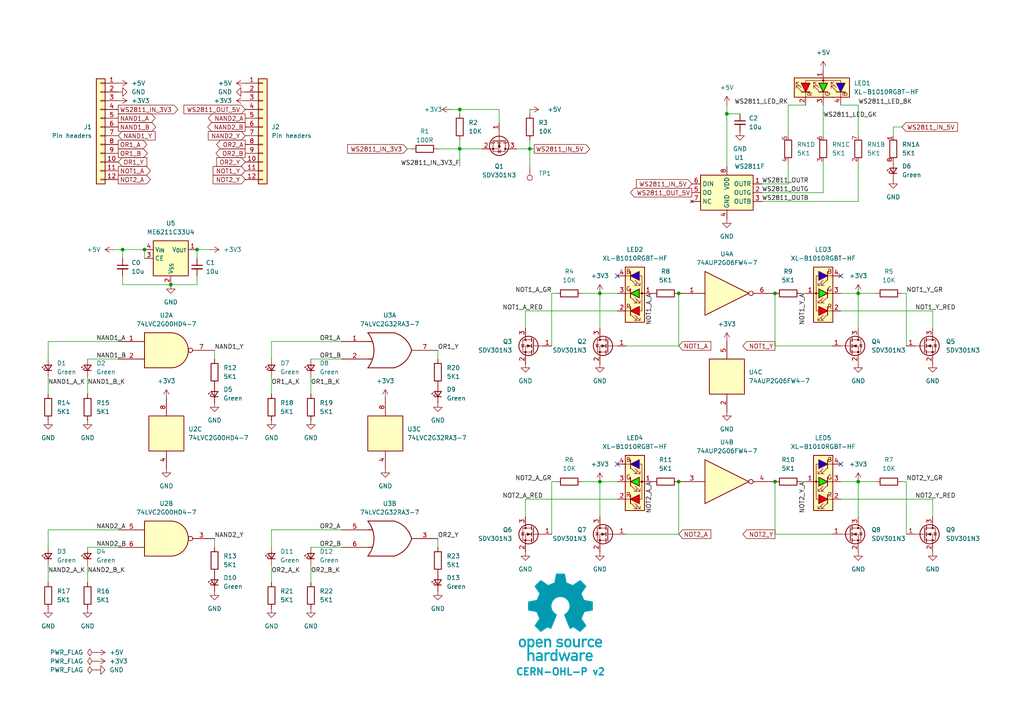
<source format=kicad_sch>
(kicad_sch (version 20231120) (generator "eeschema") (generator_version "8.0")
  (paper "A4")
  (junction (at 133.35 31.75))
  (junction (at 196.85 139.7))
  (junction (at 248.92 139.7))
  (junction (at 35.56 72.39))
  (junction (at 210.82 33.02))
  (junction (at 57.15 72.39))
  (junction (at 133.35 43.18))
  (junction (at 196.85 85.09))
  (junction (at 49.53 82.55))
  (junction (at 224.79 139.7))
  (junction (at 173.99 85.09))
  (junction (at 153.67 43.18))
  (junction (at 248.92 85.09))
  (junction (at 41.91 72.39))
  (junction (at 224.79 85.09))
  (junction (at 173.99 139.7))
  (no_connect (at 243.84 134.62))
  (no_connect (at 179.07 134.62))
  (no_connect (at 179.07 80.01))
  (no_connect (at 243.84 80.01))
  (wire (pts (xy 173.99 95.25) (xy 173.99 85.09)))
  (wire (pts (xy 262.89 139.7) (xy 262.89 154.94)))
  (wire (pts (xy 78.74 99.06) (xy 78.74 104.14)))
  (wire (pts (xy 179.07 144.78) (xy 152.4 144.78)))
  (wire (pts (xy 152.4 144.78) (xy 152.4 149.86)))
  (wire (pts (xy 243.84 30.48) (xy 248.92 30.48)))
  (wire (pts (xy 228.6 30.48) (xy 228.6 39.37)))
  (wire (pts (xy 210.82 30.48) (xy 210.82 33.02)))
  (wire (pts (xy 13.97 99.06) (xy 13.97 104.14)))
  (wire (pts (xy 160.02 139.7) (xy 160.02 154.94)))
  (wire (pts (xy 149.86 43.18) (xy 153.67 43.18)))
  (wire (pts (xy 57.15 82.55) (xy 49.53 82.55)))
  (wire (pts (xy 90.17 114.3) (xy 90.17 109.22)))
  (wire (pts (xy 248.92 58.42) (xy 248.92 46.99)))
  (wire (pts (xy 78.74 168.91) (xy 78.74 163.83)))
  (wire (pts (xy 168.91 85.09) (xy 173.99 85.09)))
  (wire (pts (xy 160.02 85.09) (xy 160.02 100.33)))
  (wire (pts (xy 248.92 95.25) (xy 248.92 85.09)))
  (wire (pts (xy 259.08 36.83) (xy 259.08 39.37)))
  (wire (pts (xy 62.23 104.14) (xy 62.23 101.6)))
  (wire (pts (xy 196.85 154.94) (xy 196.85 139.7)))
  (wire (pts (xy 254 85.09) (xy 248.92 85.09)))
  (wire (pts (xy 133.35 40.64) (xy 133.35 43.18)))
  (wire (pts (xy 254 139.7) (xy 248.92 139.7)))
  (wire (pts (xy 160.02 85.09) (xy 161.29 85.09)))
  (wire (pts (xy 13.97 163.83) (xy 13.97 168.91)))
  (wire (pts (xy 62.23 158.75) (xy 62.23 156.21)))
  (wire (pts (xy 248.92 149.86) (xy 248.92 139.7)))
  (wire (pts (xy 173.99 149.86) (xy 173.99 139.7)))
  (wire (pts (xy 196.85 100.33) (xy 196.85 85.09)))
  (wire (pts (xy 90.17 168.91) (xy 90.17 163.83)))
  (wire (pts (xy 25.4 168.91) (xy 25.4 163.83)))
  (wire (pts (xy 270.51 90.17) (xy 270.51 95.25)))
  (wire (pts (xy 181.61 100.33) (xy 196.85 100.33)))
  (wire (pts (xy 35.56 82.55) (xy 49.53 82.55)))
  (wire (pts (xy 35.56 72.39) (xy 41.91 72.39)))
  (wire (pts (xy 127 104.14) (xy 127 101.6)))
  (wire (pts (xy 13.97 153.67) (xy 34.29 153.67)))
  (wire (pts (xy 173.99 85.09) (xy 179.07 85.09)))
  (wire (pts (xy 243.84 90.17) (xy 270.51 90.17)))
  (wire (pts (xy 118.11 43.18) (xy 119.38 43.18)))
  (wire (pts (xy 248.92 85.09) (xy 243.84 85.09)))
  (wire (pts (xy 228.6 30.48) (xy 233.68 30.48)))
  (wire (pts (xy 224.79 100.33) (xy 224.79 85.09)))
  (wire (pts (xy 57.15 72.39) (xy 57.15 74.93)))
  (wire (pts (xy 25.4 114.3) (xy 25.4 109.22)))
  (wire (pts (xy 153.67 43.18) (xy 153.67 48.26)))
  (wire (pts (xy 78.74 153.67) (xy 78.74 158.75)))
  (wire (pts (xy 261.62 36.83) (xy 259.08 36.83)))
  (wire (pts (xy 13.97 153.67) (xy 13.97 158.75)))
  (wire (pts (xy 232.41 85.09) (xy 233.68 85.09)))
  (wire (pts (xy 179.07 90.17) (xy 152.4 90.17)))
  (wire (pts (xy 160.02 139.7) (xy 161.29 139.7)))
  (wire (pts (xy 25.4 104.14) (xy 34.29 104.14)))
  (wire (pts (xy 90.17 104.14) (xy 99.06 104.14)))
  (wire (pts (xy 262.89 85.09) (xy 262.89 100.33)))
  (wire (pts (xy 262.89 85.09) (xy 261.62 85.09)))
  (wire (pts (xy 60.96 72.39) (xy 57.15 72.39)))
  (wire (pts (xy 220.98 53.34) (xy 228.6 53.34)))
  (wire (pts (xy 130.81 31.75) (xy 133.35 31.75)))
  (wire (pts (xy 153.67 43.18) (xy 153.67 40.64)))
  (wire (pts (xy 133.35 31.75) (xy 144.78 31.75)))
  (wire (pts (xy 35.56 74.93) (xy 35.56 72.39)))
  (wire (pts (xy 210.82 33.02) (xy 210.82 48.26)))
  (wire (pts (xy 243.84 144.78) (xy 270.51 144.78)))
  (wire (pts (xy 241.3 100.33) (xy 224.79 100.33)))
  (wire (pts (xy 168.91 139.7) (xy 173.99 139.7)))
  (wire (pts (xy 133.35 33.02) (xy 133.35 31.75)))
  (wire (pts (xy 181.61 154.94) (xy 196.85 154.94)))
  (wire (pts (xy 13.97 114.3) (xy 13.97 109.22)))
  (wire (pts (xy 238.76 30.48) (xy 238.76 39.37)))
  (wire (pts (xy 153.67 33.02) (xy 153.67 31.75)))
  (wire (pts (xy 210.82 33.02) (xy 214.63 33.02)))
  (wire (pts (xy 220.98 58.42) (xy 248.92 58.42)))
  (wire (pts (xy 35.56 80.01) (xy 35.56 82.55)))
  (wire (pts (xy 173.99 139.7) (xy 179.07 139.7)))
  (wire (pts (xy 133.35 48.26) (xy 133.35 43.18)))
  (wire (pts (xy 13.97 99.06) (xy 34.29 99.06)))
  (wire (pts (xy 78.74 99.06) (xy 99.06 99.06)))
  (wire (pts (xy 248.92 30.48) (xy 248.92 39.37)))
  (wire (pts (xy 220.98 55.88) (xy 238.76 55.88)))
  (wire (pts (xy 41.91 72.39) (xy 41.91 74.93)))
  (wire (pts (xy 78.74 153.67) (xy 99.06 153.67)))
  (wire (pts (xy 241.3 154.94) (xy 224.79 154.94)))
  (wire (pts (xy 262.89 139.7) (xy 261.62 139.7)))
  (wire (pts (xy 232.41 139.7) (xy 233.68 139.7)))
  (wire (pts (xy 153.67 43.18) (xy 154.94 43.18)))
  (wire (pts (xy 152.4 90.17) (xy 152.4 95.25)))
  (wire (pts (xy 127 158.75) (xy 127 156.21)))
  (wire (pts (xy 238.76 55.88) (xy 238.76 46.99)))
  (wire (pts (xy 25.4 158.75) (xy 34.29 158.75)))
  (wire (pts (xy 90.17 158.75) (xy 99.06 158.75)))
  (wire (pts (xy 57.15 80.01) (xy 57.15 82.55)))
  (wire (pts (xy 270.51 144.78) (xy 270.51 149.86)))
  (wire (pts (xy 228.6 53.34) (xy 228.6 46.99)))
  (wire (pts (xy 133.35 43.18) (xy 139.7 43.18)))
  (wire (pts (xy 144.78 35.56) (xy 144.78 31.75)))
  (wire (pts (xy 33.02 72.39) (xy 35.56 72.39)))
  (wire (pts (xy 224.79 154.94) (xy 224.79 139.7)))
  (wire (pts (xy 127 43.18) (xy 133.35 43.18)))
  (wire (pts (xy 78.74 114.3) (xy 78.74 109.22)))
  (wire (pts (xy 248.92 139.7) (xy 243.84 139.7)))
  (image (at 162.56 179.07) (scale 0.37481))
  (text "CERN-OHL-P v2" (at 162.56 195.072 0) (effects (font (size 2 2) (thickness 0.4) (bold yes))))
  (label "NOT1_Y_GR" (at 262.89 85.09 0))
  (label "NAND2_Y" (at 62.23 156.21 0))
  (label "OR2_Y" (at 127 156.21 0))
  (label "OR1_B_K" (at 90.17 111.76 0))
  (label "NAND1_A" (at 27.94 99.06 0))
  (label "NAND2_A" (at 27.94 153.67 0))
  (label "OR1_A_K" (at 78.74 111.76 0))
  (label "NAND2_B_K" (at 25.4 166.37 0))
  (label "NAND1_Y" (at 62.23 101.6 0))
  (label "OR1_Y" (at 127 101.6 0))
  (label "WS2811_IN_3V3_F" (at 133.35 48.26 180))
  (label "OR1_A" (at 92.71 99.06 0))
  (label "NAND1_A_K" (at 13.97 111.76 0))
  (label "NOT2_Y_RED" (at 265.43 144.78 0))
  (label "WS2811_OUTG" (at 220.98 55.88 0))
  (label "NOT1_Y_A" (at 233.68 85.09 270))
  (label "NOT2_A_RED" (at 157.48 144.78 180))
  (label "NAND1_B" (at 27.94 104.14 0))
  (label "WS2811_OUTR" (at 220.98 53.34 0))
  (label "NAND2_B" (at 27.94 158.75 0))
  (label "OR2_A" (at 92.71 153.67 0))
  (label "WS2811_LED_RK" (at 228.6 30.48 180))
  (label "OR2_B" (at 92.71 158.75 0))
  (label "NOT1_Y_RED" (at 265.43 90.17 0))
  (label "WS2811_OUTB" (at 220.98 58.42 0))
  (label "NOT1_A_RED" (at 157.48 90.17 180))
  (label "NOT1_A_GR" (at 160.02 85.09 180))
  (label "NOT2_Y_A" (at 233.68 139.7 270))
  (label "WS2811_LED_GK" (at 238.76 34.29 0))
  (label "NAND2_A_K" (at 13.97 166.37 0))
  (label "NOT2_Y_GR" (at 262.89 139.7 0))
  (label "NOT2_A_GR" (at 160.02 139.7 180))
  (label "OR2_B_K" (at 90.17 166.37 0))
  (label "NOT2_A_A" (at 189.23 139.7 270))
  (label "NOT1_A_A" (at 189.23 85.09 270))
  (label "OR2_A_K" (at 78.74 166.37 0))
  (label "NAND1_B_K" (at 25.4 111.76 0))
  (label "WS2811_LED_BK" (at 248.92 30.48 0))
  (label "OR1_B" (at 92.71 104.14 0))
  (global_label "NOT1_Y" (shape input) (at 71.12 49.53 180) (property "Intersheetrefs" "${INTERSHEET_REFS}" (effects (hide yes))))
  (global_label "NAND1_A" (shape output) (at 34.29 34.29 0) (property "Intersheetrefs" "${INTERSHEET_REFS}" (effects (hide yes))))
  (global_label "OR2_B" (shape output) (at 71.12 44.45 180) (property "Intersheetrefs" "${INTERSHEET_REFS}" (effects (hide yes))))
  (global_label "NOT1_A" (shape output) (at 34.29 49.53 0) (property "Intersheetrefs" "${INTERSHEET_REFS}" (effects (hide yes))))
  (global_label "NOT2_Y" (shape output) (at 224.79 154.94 180) (property "Intersheetrefs" "${INTERSHEET_REFS}" (effects (hide yes))))
  (global_label "NAND2_B" (shape output) (at 71.12 36.83 180) (property "Intersheetrefs" "${INTERSHEET_REFS}" (effects (hide yes))))
  (global_label "NOT2_Y" (shape input) (at 71.12 52.07 180) (property "Intersheetrefs" "${INTERSHEET_REFS}" (effects (hide yes))))
  (global_label "OR1_A" (shape output) (at 34.29 41.91 0) (property "Intersheetrefs" "${INTERSHEET_REFS}" (effects (hide yes))))
  (global_label "OR1_Y" (shape input) (at 34.29 46.99 0) (property "Intersheetrefs" "${INTERSHEET_REFS}" (effects (hide yes))))
  (global_label "OR1_B" (shape output) (at 34.29 44.45 0) (property "Intersheetrefs" "${INTERSHEET_REFS}" (effects (hide yes))))
  (global_label "NAND2_Y" (shape input) (at 71.12 39.37 180) (property "Intersheetrefs" "${INTERSHEET_REFS}" (effects (hide yes))))
  (global_label "WS2811_IN_5V" (shape input) (at 261.62 36.83 0) (property "Intersheetrefs" "${INTERSHEET_REFS}" (effects (hide yes))))
  (global_label "WS2811_IN_5V" (shape input) (at 200.66 53.34 180) (property "Intersheetrefs" "${INTERSHEET_REFS}" (effects (hide yes))))
  (global_label "NOT1_Y" (shape output) (at 224.79 100.33 180) (property "Intersheetrefs" "${INTERSHEET_REFS}" (effects (hide yes))))
  (global_label "NOT2_A" (shape output) (at 34.29 52.07 0) (property "Intersheetrefs" "${INTERSHEET_REFS}" (effects (hide yes))))
  (global_label "NOT2_A" (shape input) (at 196.85 154.94 0) (property "Intersheetrefs" "${INTERSHEET_REFS}" (effects (hide yes))))
  (global_label "WS2811_OUT_5V" (shape input) (at 71.12 31.75 180) (property "Intersheetrefs" "${INTERSHEET_REFS}" (effects (hide yes))))
  (global_label "WS2811_IN_3V3" (shape output) (at 34.29 31.75 0) (property "Intersheetrefs" "${INTERSHEET_REFS}" (effects (hide yes))))
  (global_label "WS2811_IN_5V" (shape output) (at 154.94 43.18 0) (property "Intersheetrefs" "${INTERSHEET_REFS}" (effects (hide yes))))
  (global_label "OR2_Y" (shape input) (at 71.12 46.99 180) (property "Intersheetrefs" "${INTERSHEET_REFS}" (effects (hide yes))))
  (global_label "WS2811_IN_3V3" (shape input) (at 118.11 43.18 180) (property "Intersheetrefs" "${INTERSHEET_REFS}" (effects (hide yes))))
  (global_label "NAND1_Y" (shape input) (at 34.29 39.37 0) (property "Intersheetrefs" "${INTERSHEET_REFS}" (effects (hide yes))))
  (global_label "NAND2_A" (shape output) (at 71.12 34.29 180) (property "Intersheetrefs" "${INTERSHEET_REFS}" (effects (hide yes))))
  (global_label "NOT1_A" (shape input) (at 196.85 100.33 0) (property "Intersheetrefs" "${INTERSHEET_REFS}" (effects (hide yes))))
  (global_label "OR2_A" (shape output) (at 71.12 41.91 180) (property "Intersheetrefs" "${INTERSHEET_REFS}" (effects (hide yes))))
  (global_label "NAND1_B" (shape output) (at 34.29 36.83 0) (property "Intersheetrefs" "${INTERSHEET_REFS}" (effects (hide yes))))
  (global_label "WS2811_OUT_5V" (shape output) (at 200.66 55.88 180) (property "Intersheetrefs" "${INTERSHEET_REFS}" (effects (hide yes))))
  (symbol (lib_id "power:VCC") (at 71.12 24.13 90) (unit 1)
    (property "Reference" "#PWR023" (effects (hide yes)))
    (property "Value" "+5V" (at 67.31 24.1299 90) (effects (justify left)))
    (property "Description" "Power symbol creates a global label with name \"VCC\"" (effects (hide yes)))
  )
  (symbol (lib_id "Device:LED_Small") (at 25.4 161.29 90) (unit 1)
    (property "Reference" "D4" (at 27.94 159.9564 90) (effects (justify right)))
    (property "Value" "Green" (at 27.94 162.4964 90) (effects (justify right)))
    (property "Footprint" "custom:LED_0402_1005Metric" (effects (hide yes)))
    (property "Description" "Light emitting diode, small symbol" (effects (hide yes)))
  )
  (symbol (lib_id "Device:LED_Small") (at 25.4 106.68 90) (unit 1)
    (property "Reference" "D2" (at 27.94 105.3464 90) (effects (justify right)))
    (property "Value" "Green" (at 27.94 107.8864 90) (effects (justify right)))
    (property "Footprint" "custom:LED_0402_1005Metric" (effects (hide yes)))
    (property "Description" "Light emitting diode, small symbol" (effects (hide yes)))
  )
  (symbol (lib_id "Device:R") (at 90.17 118.11 0) (unit 1)
    (property "Reference" "R19" (at 92.71 116.8399 0) (effects (justify left)))
    (property "Value" "5K1" (at 92.71 119.3799 0) (effects (justify left)))
    (property "Footprint" "Resistor_SMD:R_0402_1005Metric" (effects (hide yes)))
    (property "Description" "Resistor" (effects (hide yes)))
  )
  (symbol (lib_id "Device:R") (at 127 162.56 0) (unit 1)
    (property "Reference" "R23" (at 129.54 161.2899 0) (effects (justify left)))
    (property "Value" "5K1" (at 129.54 163.8299 0) (effects (justify left)))
    (property "Footprint" "Resistor_SMD:R_0402_1005Metric" (effects (hide yes)))
    (property "Description" "Resistor" (effects (hide yes)))
  )
  (symbol (lib_id "lcsc:XL-B1010RGBT-HF") (at 184.15 85.09 0) (mirror x) (unit 1)
    (property "Reference" "LED2" (at 184.15 72.39 0))
    (property "Value" "XL-B1010RGBT-HF" (at 184.15 74.93 0))
    (property "Footprint" "lcsc:LED-ARRAY-SMD_4P-L1.0-W1.0-TR-RD" (effects (hide yes)))
    (property "Datasheet" "https://www.lcsc.com/datasheet/lcsc_datasheet_2406131538_XINGLIGHT-XL-B1010RGBT-HF_C22464515.pdf" (effects (hide yes)))
    (property "Description" "RGB LED, anode/red/green/blue" (effects (hide yes)))
  )
  (symbol (lib_id "Device:LED_Small") (at 78.74 161.29 90) (unit 1)
    (property "Reference" "D11" (at 81.28 159.9564 90) (effects (justify right)))
    (property "Value" "Green" (at 81.28 162.4964 90) (effects (justify right)))
    (property "Footprint" "custom:LED_0402_1005Metric" (effects (hide yes)))
    (property "Description" "Light emitting diode, small symbol" (effects (hide yes)))
  )
  (symbol (lib_id "power:GND") (at 152.4 160.02 0) (mirror y) (unit 1)
    (property "Reference" "#PWR038" (effects (hide yes)))
    (property "Value" "GND" (at 152.4 165.1 0))
    (property "Description" "Power symbol creates a global label with name \"GND\" , ground" (effects (hide yes)))
  )
  (symbol (lib_id "Device:C_Small") (at 57.15 77.47 0) (unit 1)
    (property "Reference" "C1" (at 59.69 76.2062 0) (effects (justify left)))
    (property "Value" "10u" (at 59.69 78.7462 0) (effects (justify left)))
    (property "Footprint" "custom:C_0402_1005Metric_simple" (effects (hide yes)))
    (property "Description" "Unpolarized capacitor, small symbol" (effects (hide yes)))
  )
  (symbol (lib_id "Device:R_Pack04_Split") (at 259.08 43.18 180) (unit 1)
    (property "Reference" "RN1" (at 261.62 41.9099 0) (effects (justify right)))
    (property "Value" "5K1" (at 261.62 44.4499 0) (effects (justify right)))
    (property "Footprint" "Resistor_SMD:R_Array_Convex_4x0402" (effects (hide yes)))
    (property "Description" "4 resistor network, parallel topology, split" (effects (hide yes)))
  )
  (symbol (lib_id "lcsc:WS2811F") (at 210.82 55.88 0) (unit 1)
    (property "Reference" "U1" (at 213.0141 45.72 0) (effects (justify left)))
    (property "Value" "WS2811F" (at 213.0141 48.26 0) (effects (justify left)))
    (property "Footprint" "lcsc:FSOP-8_L3.3-W1.7-P0.80-LS2.9-BL" (effects (hide yes)))
    (property "Datasheet" "https://www.lcsc.com/datasheet/lcsc_datasheet_2310231548_Worldsemi-WS2811F_C5446692.pdf" (effects (hide yes)))
    (property "Description" "3-Channel 8-Bit PWM LED Driver, FSOP-8" (effects (hide yes)))
    (property "LCSC Part" "C5446692" (effects (hide yes)))
  )
  (symbol (lib_id "Device:R") (at 13.97 172.72 0) (unit 1)
    (property "Reference" "R17" (at 16.51 171.4499 0) (effects (justify left)))
    (property "Value" "5K1" (at 16.51 173.9899 0) (effects (justify left)))
    (property "Footprint" "Resistor_SMD:R_0402_1005Metric" (effects (hide yes)))
    (property "Description" "Resistor" (effects (hide yes)))
  )
  (symbol (lib_id "Connector:TestPoint") (at 153.67 48.26 180) (unit 1)
    (property "Reference" "TP1" (at 156.21 50.2919 0) (effects (justify right)))
    (property "Value" "TestPoint" (effects (hide yes)))
    (property "Footprint" "TestPoint:TestPoint_Pad_D1.0mm" (effects (hide yes)))
    (property "Description" "test point" (effects (hide yes)))
  )
  (symbol (lib_id "power:GND") (at 173.99 160.02 0) (mirror y) (unit 1)
    (property "Reference" "#PWR040" (effects (hide yes)))
    (property "Value" "GND" (at 173.99 165.1 0))
    (property "Description" "Power symbol creates a global label with name \"GND\" , ground" (effects (hide yes)))
  )
  (symbol (lib_id "Device:R") (at 25.4 172.72 0) (unit 1)
    (property "Reference" "R16" (at 27.94 171.4499 0) (effects (justify left)))
    (property "Value" "5K1" (at 27.94 173.9899 0) (effects (justify left)))
    (property "Footprint" "Resistor_SMD:R_0402_1005Metric" (effects (hide yes)))
    (property "Description" "Resistor" (effects (hide yes)))
  )
  (symbol (lib_id "lcsc:74LVC2G00HD4-7") (at 49.53 101.6 0) (unit 1)
    (property "Reference" "U2" (at 48.2489 91.44 0))
    (property "Value" "74LVC2G00HD4-7" (at 48.2489 93.98 0))
    (property "Footprint" "lcsc:X2-DFN2010-8_L2.0-W1.0-P0.50-BL" (effects (hide yes)))
    (property "Datasheet" "https://www.diodes.com/datasheet/download/74LVC2G00.pdf" (effects (hide yes)))
    (property "Description" "Dual NAND Gate, Low-Voltage CMOS" (effects (hide yes)))
    (property "LCSC Part" "C842639" (effects (hide yes)))
  )
  (symbol (lib_id "Connector_Generic:Conn_01x12") (at 76.2 36.83 0) (unit 1)
    (property "Reference" "J2" (at 78.74 36.8299 0) (effects (justify left)))
    (property "Value" "Pin headers" (at 78.74 39.3699 0) (effects (justify left)))
    (property "Footprint" "custom:PinHeader_1x12_P2.54mm_Vertical_simple_pad2gnd" (effects (hide yes)))
    (property "Description" "Generic connector, single row, 01x12, script generated (kicad-library-utils/schlib/autogen/connector/)" (effects (hide yes)))
  )
  (symbol (lib_id "Device:R") (at 62.23 162.56 0) (unit 1)
    (property "Reference" "R13" (at 64.77 161.2899 0) (effects (justify left)))
    (property "Value" "5K1" (at 64.77 163.8299 0) (effects (justify left)))
    (property "Footprint" "Resistor_SMD:R_0402_1005Metric" (effects (hide yes)))
    (property "Description" "Resistor" (effects (hide yes)))
  )
  (symbol (lib_id "lcsc:74LVC2G32RA3-7") (at 111.76 125.73 0) (unit 3)
    (property "Reference" "U3" (at 118.11 124.4599 0) (effects (justify left)))
    (property "Value" "74LVC2G32RA3-7" (at 118.11 126.9999 0) (effects (justify left)))
    (property "Footprint" "lcsc:X2-DFN1210-8_L1.2-W1.0-P0.30-BL" (effects (hide yes)))
    (property "Datasheet" "https://www.diodes.com/datasheet/download/74LVC2G32.pdf" (effects (hide yes)))
    (property "Description" "Dual OR Gate, Low-Voltage CMOS" (effects (hide yes)))
    (property "LCSC Part" "C842616" (effects (hide yes)))
  )
  (symbol (lib_id "power:GND") (at 214.63 38.1 0) (unit 1)
    (property "Reference" "#PWR029" (effects (hide yes)))
    (property "Value" "GND" (at 214.63 43.18 0))
    (property "Description" "Power symbol creates a global label with name \"GND\" , ground" (effects (hide yes)))
  )
  (symbol (lib_id "Device:R") (at 13.97 118.11 0) (unit 1)
    (property "Reference" "R14" (at 16.51 116.8399 0) (effects (justify left)))
    (property "Value" "5K1" (at 16.51 119.3799 0) (effects (justify left)))
    (property "Footprint" "Resistor_SMD:R_0402_1005Metric" (effects (hide yes)))
    (property "Description" "Resistor" (effects (hide yes)))
  )
  (symbol (lib_id "Device:R") (at 127 107.95 0) (unit 1)
    (property "Reference" "R20" (at 129.54 106.6799 0) (effects (justify left)))
    (property "Value" "5K1" (at 129.54 109.2199 0) (effects (justify left)))
    (property "Footprint" "Resistor_SMD:R_0402_1005Metric" (effects (hide yes)))
    (property "Description" "Resistor" (effects (hide yes)))
  )
  (symbol (lib_id "power:VCC") (at 210.82 99.06 0) (unit 1)
    (property "Reference" "#PWR019" (effects (hide yes)))
    (property "Value" "+3V3" (at 210.82 93.98 0))
    (property "Description" "Power symbol creates a global label with name \"VCC\"" (effects (hide yes)))
  )
  (symbol (lib_id "lcsc:SDV301N3") (at 144.78 40.64 270) (unit 1)
    (property "Reference" "Q1" (at 144.78 48.26 90))
    (property "Value" "SDV301N3" (at 144.78 50.8 90))
    (property "Footprint" "custom:DFN1006-3" (effects (hide yes)))
    (property "Datasheet" "https://www.lcsc.com/datasheet/lcsc_datasheet_2302091109_Shikues-SDV301N3_C5334596.pdf" (effects (hide yes)))
    (property "Description" "0.5A Id, 30V Vds, N-Channel MOSFET, DFN1006-3" (effects (hide yes)))
    (property "LCSC Part" "C5334596" (effects (hide yes)))
  )
  (symbol (lib_id "lcsc:SDV301N3") (at 176.53 154.94 0) (mirror y) (unit 1)
    (property "Reference" "Q7" (at 170.18 153.6699 0) (effects (justify left)))
    (property "Value" "SDV301N3" (at 170.18 156.2099 0) (effects (justify left)))
    (property "Footprint" "custom:DFN1006-3" (effects (hide yes)))
    (property "Datasheet" "https://www.lcsc.com/datasheet/lcsc_datasheet_2302091109_Shikues-SDV301N3_C5334596.pdf" (effects (hide yes)))
    (property "Description" "0.5A Id, 30V Vds, N-Channel MOSFET, DFN1006-3" (effects (hide yes)))
    (property "LCSC Part" "C5334596" (effects (hide yes)))
  )
  (symbol (lib_id "Device:R") (at 25.4 118.11 0) (unit 1)
    (property "Reference" "R15" (at 27.94 116.8399 0) (effects (justify left)))
    (property "Value" "5K1" (at 27.94 119.3799 0) (effects (justify left)))
    (property "Footprint" "Resistor_SMD:R_0402_1005Metric" (effects (hide yes)))
    (property "Description" "Resistor" (effects (hide yes)))
  )
  (symbol (lib_id "power:VCC") (at 111.76 115.57 0) (unit 1)
    (property "Reference" "#PWR018" (effects (hide yes)))
    (property "Value" "+3V3" (at 111.76 110.49 0))
    (property "Description" "Power symbol creates a global label with name \"VCC\"" (effects (hide yes)))
  )
  (symbol (lib_id "power:GND") (at 173.99 105.41 0) (mirror y) (unit 1)
    (property "Reference" "#PWR036" (effects (hide yes)))
    (property "Value" "GND" (at 173.99 110.49 0))
    (property "Description" "Power symbol creates a global label with name \"GND\" , ground" (effects (hide yes)))
  )
  (symbol (lib_id "power:+3V3") (at 130.81 31.75 90) (unit 1)
    (property "Reference" "#PWR032" (effects (hide yes)))
    (property "Value" "+3V3" (at 128.27 31.7499 90) (effects (justify left)))
    (property "Description" "Power symbol creates a global label with name \"+3V3\"" (effects (hide yes)))
  )
  (symbol (lib_id "power:VCC") (at 210.82 30.48 0) (unit 1)
    (property "Reference" "#PWR05" (effects (hide yes)))
    (property "Value" "+5V" (at 210.82 25.4 0))
    (property "Description" "Power symbol creates a global label with name \"VCC\"" (effects (hide yes)))
  )
  (symbol (lib_id "power:VCC") (at 238.76 20.32 0) (unit 1)
    (property "Reference" "#PWR03" (effects (hide yes)))
    (property "Value" "+5V" (at 238.76 15.24 0))
    (property "Description" "Power symbol creates a global label with name \"VCC\"" (effects (hide yes)))
  )
  (symbol (lib_id "power:GND") (at 210.82 119.38 0) (unit 1)
    (property "Reference" "#PWR020" (effects (hide yes)))
    (property "Value" "GND" (at 210.82 124.46 0))
    (property "Description" "Power symbol creates a global label with name \"GND\" , ground" (effects (hide yes)))
  )
  (symbol (lib_id "Device:LED_Small") (at 13.97 106.68 90) (unit 1)
    (property "Reference" "D1" (at 16.51 105.3464 90) (effects (justify right)))
    (property "Value" "Green" (at 16.51 107.8864 90) (effects (justify right)))
    (property "Footprint" "custom:LED_0402_1005Metric" (effects (hide yes)))
    (property "Description" "Light emitting diode, small symbol" (effects (hide yes)))
  )
  (symbol (lib_id "Connector_Generic:Conn_01x12") (at 29.21 36.83 0) (mirror y) (unit 1)
    (property "Reference" "J1" (at 26.67 36.8299 0) (effects (justify left)))
    (property "Value" "Pin headers" (at 26.67 39.3699 0) (effects (justify left)))
    (property "Footprint" "custom:PinHeader_1x12_P2.54mm_Vertical_simple_pad2gnd" (effects (hide yes)))
    (property "Description" "Generic connector, single row, 01x12, script generated (kicad-library-utils/schlib/autogen/connector/)" (effects (hide yes)))
  )
  (symbol (lib_id "Device:R") (at 193.04 139.7 270) (unit 1)
    (property "Reference" "R11" (at 193.04 133.35 90))
    (property "Value" "5K1" (at 193.04 135.89 90))
    (property "Footprint" "Resistor_SMD:R_0402_1005Metric" (effects (hide yes)))
    (property "Description" "Resistor" (effects (hide yes)))
  )
  (symbol (lib_id "lcsc:SDV301N3") (at 267.97 100.33 0) (unit 1)
    (property "Reference" "Q5" (at 274.32 99.0599 0) (effects (justify left)))
    (property "Value" "SDV301N3" (at 274.32 101.5999 0) (effects (justify left)))
    (property "Footprint" "custom:DFN1006-3" (effects (hide yes)))
    (property "Datasheet" "https://www.lcsc.com/datasheet/lcsc_datasheet_2302091109_Shikues-SDV301N3_C5334596.pdf" (effects (hide yes)))
    (property "Description" "0.5A Id, 30V Vds, N-Channel MOSFET, DFN1006-3" (effects (hide yes)))
    (property "LCSC Part" "C5334596" (effects (hide yes)))
  )
  (symbol (lib_id "power:VCC") (at 27.94 191.77 270) (unit 1)
    (property "Reference" "#PWR01" (effects (hide yes)))
    (property "Value" "+3V3" (at 31.75 191.7699 90) (effects (justify left)))
    (property "Description" "Power symbol creates a global label with name \"VCC\"" (effects (hide yes)))
  )
  (symbol (lib_id "power:VCC") (at 27.94 189.23 270) (unit 1)
    (property "Reference" "#PWR031" (effects (hide yes)))
    (property "Value" "+5V" (at 31.75 189.2299 90) (effects (justify left)))
    (property "Description" "Power symbol creates a global label with name \"VCC\"" (effects (hide yes)))
  )
  (symbol (lib_id "Device:R") (at 193.04 85.09 270) (unit 1)
    (property "Reference" "R8" (at 193.04 78.74 90))
    (property "Value" "5K1" (at 193.04 81.28 90))
    (property "Footprint" "Resistor_SMD:R_0402_1005Metric" (effects (hide yes)))
    (property "Description" "Resistor" (effects (hide yes)))
  )
  (symbol (lib_id "power:GND") (at 13.97 121.92 0) (unit 1)
    (property "Reference" "#PWR011" (effects (hide yes)))
    (property "Value" "GND" (at 13.97 127 0))
    (property "Description" "Power symbol creates a global label with name \"GND\" , ground" (effects (hide yes)))
  )
  (symbol (lib_id "power:GND") (at 270.51 105.41 0) (unit 1)
    (property "Reference" "#PWR08" (effects (hide yes)))
    (property "Value" "GND" (at 270.51 110.49 0))
    (property "Description" "Power symbol creates a global label with name \"GND\" , ground" (effects (hide yes)))
  )
  (symbol (lib_id "Device:R") (at 165.1 139.7 270) (unit 1)
    (property "Reference" "R6" (at 165.1 133.35 90))
    (property "Value" "10K" (at 165.1 135.89 90))
    (property "Footprint" "Resistor_SMD:R_0402_1005Metric" (effects (hide yes)))
    (property "Description" "Resistor" (effects (hide yes)))
  )
  (symbol (lib_id "lcsc:ME6211C33U4") (at 49.53 74.93 0) (unit 1)
    (property "Reference" "U5" (at 49.53 64.77 0))
    (property "Value" "ME6211C33U4" (at 49.53 67.31 0))
    (property "Footprint" "Package_DFN_QFN:UDFN-4-1EP_1x1mm_P0.65mm_EP0.48x0.48mm" (effects (hide yes)))
    (property "Datasheet" "https://www.lcsc.com/datasheet/lcsc_datasheet_2304140030_MICRONE-Nanjing-Micro-One-Elec-ME6211C33R5G_C235316.pdf" (effects (hide yes)))
    (property "Description" "400mA low dropout linear regulator, shutdown pin, 6.5V max input voltage, 3.3V fixed positive output, UDFN-4-EP" (effects (hide yes)))
    (property "LCSC Part" "C428904" (effects (hide yes)))
  )
  (symbol (lib_id "lcsc:SDV301N3") (at 267.97 154.94 0) (unit 1)
    (property "Reference" "Q9" (at 274.32 153.6699 0) (effects (justify left)))
    (property "Value" "SDV301N3" (at 274.32 156.2099 0) (effects (justify left)))
    (property "Footprint" "custom:DFN1006-3" (effects (hide yes)))
    (property "Datasheet" "https://www.lcsc.com/datasheet/lcsc_datasheet_2302091109_Shikues-SDV301N3_C5334596.pdf" (effects (hide yes)))
    (property "Description" "0.5A Id, 30V Vds, N-Channel MOSFET, DFN1006-3" (effects (hide yes)))
    (property "LCSC Part" "C5334596" (effects (hide yes)))
  )
  (symbol (lib_id "Device:R") (at 133.35 36.83 180) (unit 1)
    (property "Reference" "R2" (at 135.89 35.5599 0) (effects (justify right)))
    (property "Value" "10K" (at 135.89 38.0999 0) (effects (justify right)))
    (property "Footprint" "Resistor_SMD:R_0402_1005Metric" (effects (hide yes)))
    (property "Description" "Resistor" (effects (hide yes)))
  )
  (symbol (lib_id "Device:C_Small") (at 214.63 35.56 0) (unit 1)
    (property "Reference" "C2" (at 217.17 34.2962 0) (effects (justify left)))
    (property "Value" "10u" (at 217.17 36.8362 0) (effects (justify left)))
    (property "Footprint" "custom:C_0402_1005Metric_simple" (effects (hide yes)))
    (property "Description" "Unpolarized capacitor, small symbol" (effects (hide yes)))
  )
  (symbol (lib_id "Device:LED_Small") (at 90.17 106.68 90) (unit 1)
    (property "Reference" "D8" (at 92.71 105.3464 90) (effects (justify right)))
    (property "Value" "Green" (at 92.71 107.8864 90) (effects (justify right)))
    (property "Footprint" "custom:LED_0402_1005Metric" (effects (hide yes)))
    (property "Description" "Light emitting diode, small symbol" (effects (hide yes)))
  )
  (symbol (lib_id "power:VCC") (at 60.96 72.39 270) (unit 1)
    (property "Reference" "#PWR028" (effects (hide yes)))
    (property "Value" "+3V3" (at 64.77 72.3899 90) (effects (justify left)))
    (property "Description" "Power symbol creates a global label with name \"VCC\"" (effects (hide yes)))
  )
  (symbol (lib_id "Device:R") (at 228.6 85.09 270) (unit 1)
    (property "Reference" "R9" (at 228.6 78.74 90))
    (property "Value" "5K1" (at 228.6 81.28 90))
    (property "Footprint" "Resistor_SMD:R_0402_1005Metric" (effects (hide yes)))
    (property "Description" "Resistor" (effects (hide yes)))
  )
  (symbol (lib_id "power:VCC") (at 173.99 139.7 0) (mirror y) (unit 1)
    (property "Reference" "#PWR039" (effects (hide yes)))
    (property "Value" "+3V3" (at 173.99 134.62 0))
    (property "Description" "Power symbol creates a global label with name \"VCC\"" (effects (hide yes)))
  )
  (symbol (lib_id "Device:LED_Small") (at 62.23 168.91 90) (unit 1)
    (property "Reference" "D10" (at 64.77 167.5764 90) (effects (justify right)))
    (property "Value" "Green" (at 64.77 170.1164 90) (effects (justify right)))
    (property "Footprint" "custom:LED_0402_1005Metric" (effects (hide yes)))
    (property "Description" "Light emitting diode, small symbol" (effects (hide yes)))
  )
  (symbol (lib_id "power:GND") (at 78.74 176.53 0) (unit 1)
    (property "Reference" "#PWR047" (effects (hide yes)))
    (property "Value" "GND" (at 78.74 181.61 0))
    (property "Description" "Power symbol creates a global label with name \"GND\" , ground" (effects (hide yes)))
  )
  (symbol (lib_id "power:+5V") (at 153.67 31.75 270) (unit 1)
    (property "Reference" "#PWR033" (effects (hide yes)))
    (property "Value" "+5V" (at 158.75 31.7499 90) (effects (justify left)))
    (property "Description" "Power symbol creates a global label with name \"+5V\"" (effects (hide yes)))
  )
  (symbol (lib_id "power:GND") (at 27.94 194.31 90) (unit 1)
    (property "Reference" "#PWR02" (effects (hide yes)))
    (property "Value" "GND" (at 31.75 194.3099 90) (effects (justify right)))
    (property "Description" "Power symbol creates a global label with name \"GND\" , ground" (effects (hide yes)))
  )
  (symbol (lib_id "Device:R_Pack04_Split") (at 228.6 43.18 0) (unit 4)
    (property "Reference" "RN1" (at 231.14 41.9099 0) (effects (justify left)))
    (property "Value" "5K1" (at 231.14 44.4499 0) (effects (justify left)))
    (property "Footprint" "Resistor_SMD:R_Array_Convex_4x0402" (effects (hide yes)))
    (property "Description" "4 resistor network, parallel topology, split" (effects (hide yes)))
  )
  (symbol (lib_id "lcsc:XL-B1010RGBT-HF") (at 238.76 139.7 180) (unit 1)
    (property "Reference" "LED5" (at 238.76 127 0))
    (property "Value" "XL-B1010RGBT-HF" (at 238.76 129.54 0))
    (property "Footprint" "lcsc:LED-ARRAY-SMD_4P-L1.0-W1.0-TR-RD" (effects (hide yes)))
    (property "Datasheet" "https://www.lcsc.com/datasheet/lcsc_datasheet_2406131538_XINGLIGHT-XL-B1010RGBT-HF_C22464515.pdf" (effects (hide yes)))
    (property "Description" "RGB LED, anode/red/green/blue" (effects (hide yes)))
  )
  (symbol (lib_id "power:GND") (at 270.51 160.02 0) (unit 1)
    (property "Reference" "#PWR043" (effects (hide yes)))
    (property "Value" "GND" (at 270.51 165.1 0))
    (property "Description" "Power symbol creates a global label with name \"GND\" , ground" (effects (hide yes)))
  )
  (symbol (lib_id "Device:C_Small") (at 35.56 77.47 0) (unit 1)
    (property "Reference" "C0" (at 38.1 76.2062 0) (effects (justify left)))
    (property "Value" "10u" (at 38.1 78.7462 0) (effects (justify left)))
    (property "Footprint" "custom:C_0402_1005Metric_simple" (effects (hide yes)))
    (property "Description" "Unpolarized capacitor, small symbol" (effects (hide yes)))
  )
  (symbol (lib_id "power:VCC") (at 71.12 29.21 90) (unit 1)
    (property "Reference" "#PWR024" (effects (hide yes)))
    (property "Value" "+3V3" (at 67.31 29.2099 90) (effects (justify left)))
    (property "Description" "Power symbol creates a global label with name \"VCC\"" (effects (hide yes)))
  )
  (symbol (lib_id "Device:LED_Small") (at 127 168.91 90) (unit 1)
    (property "Reference" "D13" (at 129.54 167.5764 90) (effects (justify right)))
    (property "Value" "Green" (at 129.54 170.1164 90) (effects (justify right)))
    (property "Footprint" "custom:LED_0402_1005Metric" (effects (hide yes)))
    (property "Description" "Light emitting diode, small symbol" (effects (hide yes)))
  )
  (symbol (lib_id "lcsc:XL-B1010RGBT-HF") (at 184.15 139.7 0) (mirror x) (unit 1)
    (property "Reference" "LED4" (at 184.15 127 0))
    (property "Value" "XL-B1010RGBT-HF" (at 184.15 129.54 0))
    (property "Footprint" "lcsc:LED-ARRAY-SMD_4P-L1.0-W1.0-TR-RD" (effects (hide yes)))
    (property "Datasheet" "https://www.lcsc.com/datasheet/lcsc_datasheet_2406131538_XINGLIGHT-XL-B1010RGBT-HF_C22464515.pdf" (effects (hide yes)))
    (property "Description" "RGB LED, anode/red/green/blue" (effects (hide yes)))
  )
  (symbol (lib_id "Device:LED_Small") (at 62.23 114.3 90) (unit 1)
    (property "Reference" "D5" (at 64.77 112.9664 90) (effects (justify right)))
    (property "Value" "Green" (at 64.77 115.5064 90) (effects (justify right)))
    (property "Footprint" "custom:LED_0402_1005Metric" (effects (hide yes)))
    (property "Description" "Light emitting diode, small symbol" (effects (hide yes)))
  )
  (symbol (lib_id "lcsc:74LVC2G32RA3-7") (at 114.3 156.21 0) (unit 2)
    (property "Reference" "U3" (at 113.03 146.05 0))
    (property "Value" "74LVC2G32RA3-7" (at 113.03 148.59 0))
    (property "Footprint" "lcsc:X2-DFN1210-8_L1.2-W1.0-P0.30-BL" (effects (hide yes)))
    (property "Datasheet" "https://www.diodes.com/datasheet/download/74LVC2G32.pdf" (effects (hide yes)))
    (property "Description" "Dual OR Gate, Low-Voltage CMOS" (effects (hide yes)))
    (property "LCSC Part" "C842616" (effects (hide yes)))
  )
  (symbol (lib_id "power:GND") (at 62.23 171.45 0) (unit 1)
    (property "Reference" "#PWR015" (effects (hide yes)))
    (property "Value" "GND" (at 62.23 176.53 0))
    (property "Description" "Power symbol creates a global label with name \"GND\" , ground" (effects (hide yes)))
  )
  (symbol (lib_id "Device:R") (at 62.23 107.95 0) (unit 1)
    (property "Reference" "R12" (at 64.77 106.6799 0) (effects (justify left)))
    (property "Value" "5K1" (at 64.77 109.2199 0) (effects (justify left)))
    (property "Footprint" "Resistor_SMD:R_0402_1005Metric" (effects (hide yes)))
    (property "Description" "Resistor" (effects (hide yes)))
  )
  (symbol (lib_id "Device:LED_Small") (at 90.17 161.29 90) (unit 1)
    (property "Reference" "D12" (at 92.71 159.9564 90) (effects (justify right)))
    (property "Value" "Green" (at 92.71 162.4964 90) (effects (justify right)))
    (property "Footprint" "custom:LED_0402_1005Metric" (effects (hide yes)))
    (property "Description" "Light emitting diode, small symbol" (effects (hide yes)))
  )
  (symbol (lib_id "Device:R_Pack04_Split") (at 238.76 43.18 0) (unit 3)
    (property "Reference" "RN1" (at 241.3 41.9099 0) (effects (justify left)))
    (property "Value" "5K1" (at 241.3 44.4499 0) (effects (justify left)))
    (property "Footprint" "Resistor_SMD:R_Array_Convex_4x0402" (effects (hide yes)))
    (property "Description" "4 resistor network, parallel topology, split" (effects (hide yes)))
  )
  (symbol (lib_id "power:VCC") (at 248.92 85.09 0) (unit 1)
    (property "Reference" "#PWR034" (effects (hide yes)))
    (property "Value" "+3V3" (at 248.92 80.01 0))
    (property "Description" "Power symbol creates a global label with name \"VCC\"" (effects (hide yes)))
  )
  (symbol (lib_id "power:VCC") (at 173.99 85.09 0) (mirror y) (unit 1)
    (property "Reference" "#PWR035" (effects (hide yes)))
    (property "Value" "+3V3" (at 173.99 80.01 0))
    (property "Description" "Power symbol creates a global label with name \"VCC\"" (effects (hide yes)))
  )
  (symbol (lib_id "Device:R") (at 90.17 172.72 0) (unit 1)
    (property "Reference" "R22" (at 92.71 171.4499 0) (effects (justify left)))
    (property "Value" "5K1" (at 92.71 173.9899 0) (effects (justify left)))
    (property "Footprint" "Resistor_SMD:R_0402_1005Metric" (effects (hide yes)))
    (property "Description" "Resistor" (effects (hide yes)))
  )
  (symbol (lib_id "Device:R") (at 228.6 139.7 270) (unit 1)
    (property "Reference" "R10" (at 228.6 133.35 90))
    (property "Value" "5K1" (at 228.6 135.89 90))
    (property "Footprint" "Resistor_SMD:R_0402_1005Metric" (effects (hide yes)))
    (property "Description" "Resistor" (effects (hide yes)))
  )
  (symbol (lib_id "lcsc:74AUP2G06FW4-7") (at 212.09 85.09 0) (unit 1)
    (property "Reference" "U4" (at 210.82 73.66 0))
    (property "Value" "74AUP2G06FW4-7" (at 210.82 76.2 0))
    (property "Footprint" "lcsc:X2-DFN1010-6_L1.0-W1.0-P0.35-BL" (effects (hide yes)))
    (property "Datasheet" "https://www.diodes.com/datasheet/download/74AUP2G06.pdf" (effects (hide yes)))
    (property "Description" "Dual NOT Gate, Low-Voltage CMOS" (effects (hide yes)))
    (property "LCSC Part" "C842402" (effects (hide yes)))
  )
  (symbol (lib_id "power:GND") (at 62.23 116.84 0) (unit 1)
    (property "Reference" "#PWR016" (effects (hide yes)))
    (property "Value" "GND" (at 62.23 121.92 0))
    (property "Description" "Power symbol creates a global label with name \"GND\" , ground" (effects (hide yes)))
  )
  (symbol (lib_id "Device:LED_Small") (at 78.74 106.68 90) (unit 1)
    (property "Reference" "D7" (at 81.28 105.3464 90) (effects (justify right)))
    (property "Value" "Green" (at 81.28 107.8864 90) (effects (justify right)))
    (property "Footprint" "custom:LED_0402_1005Metric" (effects (hide yes)))
    (property "Description" "Light emitting diode, small symbol" (effects (hide yes)))
  )
  (symbol (lib_id "power:PWR_FLAG") (at 27.94 191.77 90) (unit 1)
    (property "Reference" "#FLG01" (effects (hide yes)))
    (property "Value" "PWR_FLAG" (at 24.13 191.7699 90) (effects (justify left)))
    (property "Description" "Special symbol for telling ERC where power comes from" (effects (hide yes)))
  )
  (symbol (lib_id "lcsc:SDV301N3") (at 154.94 154.94 0) (mirror y) (unit 1)
    (property "Reference" "Q6" (at 148.59 153.6699 0) (effects (justify left)))
    (property "Value" "SDV301N3" (at 148.59 156.2099 0) (effects (justify left)))
    (property "Footprint" "custom:DFN1006-3" (effects (hide yes)))
    (property "Datasheet" "https://www.lcsc.com/datasheet/lcsc_datasheet_2302091109_Shikues-SDV301N3_C5334596.pdf" (effects (hide yes)))
    (property "Description" "0.5A Id, 30V Vds, N-Channel MOSFET, DFN1006-3" (effects (hide yes)))
    (property "LCSC Part" "C5334596" (effects (hide yes)))
  )
  (symbol (lib_id "Device:R") (at 153.67 36.83 180) (unit 1)
    (property "Reference" "R3" (at 156.21 35.5599 0) (effects (justify right)))
    (property "Value" "10K" (at 156.21 38.0999 0) (effects (justify right)))
    (property "Footprint" "Resistor_SMD:R_0402_1005Metric" (effects (hide yes)))
    (property "Description" "Resistor" (effects (hide yes)))
  )
  (symbol (lib_id "power:GND") (at 90.17 176.53 0) (unit 1)
    (property "Reference" "#PWR048" (effects (hide yes)))
    (property "Value" "GND" (at 90.17 181.61 0))
    (property "Description" "Power symbol creates a global label with name \"GND\" , ground" (effects (hide yes)))
  )
  (symbol (lib_id "lcsc:XL-B1010RGBT-HF") (at 238.76 85.09 180) (unit 1)
    (property "Reference" "LED3" (at 238.76 72.39 0))
    (property "Value" "XL-B1010RGBT-HF" (at 238.76 74.93 0))
    (property "Footprint" "lcsc:LED-ARRAY-SMD_4P-L1.0-W1.0-TR-RD" (effects (hide yes)))
    (property "Datasheet" "https://www.lcsc.com/datasheet/lcsc_datasheet_2406131538_XINGLIGHT-XL-B1010RGBT-HF_C22464515.pdf" (effects (hide yes)))
    (property "Description" "RGB LED, anode/red/green/blue" (effects (hide yes)))
  )
  (symbol (lib_id "power:GND") (at 90.17 121.92 0) (unit 1)
    (property "Reference" "#PWR045" (effects (hide yes)))
    (property "Value" "GND" (at 90.17 127 0))
    (property "Description" "Power symbol creates a global label with name \"GND\" , ground" (effects (hide yes)))
  )
  (symbol (lib_id "power:GND") (at 78.74 121.92 0) (unit 1)
    (property "Reference" "#PWR044" (effects (hide yes)))
    (property "Value" "GND" (at 78.74 127 0))
    (property "Description" "Power symbol creates a global label with name \"GND\" , ground" (effects (hide yes)))
  )
  (symbol (lib_id "lcsc:SDV301N3") (at 176.53 100.33 0) (mirror y) (unit 1)
    (property "Reference" "Q2" (at 170.18 99.0599 0) (effects (justify left)))
    (property "Value" "SDV301N3" (at 170.18 101.5999 0) (effects (justify left)))
    (property "Footprint" "custom:DFN1006-3" (effects (hide yes)))
    (property "Datasheet" "https://www.lcsc.com/datasheet/lcsc_datasheet_2302091109_Shikues-SDV301N3_C5334596.pdf" (effects (hide yes)))
    (property "Description" "0.5A Id, 30V Vds, N-Channel MOSFET, DFN1006-3" (effects (hide yes)))
    (property "LCSC Part" "C5334596" (effects (hide yes)))
  )
  (symbol (lib_id "power:PWR_FLAG") (at 27.94 189.23 90) (unit 1)
    (property "Reference" "#FLG03" (effects (hide yes)))
    (property "Value" "PWR_FLAG" (at 24.13 189.2299 90) (effects (justify left)))
    (property "Description" "Special symbol for telling ERC where power comes from" (effects (hide yes)))
  )
  (symbol (lib_id "Device:R") (at 257.81 139.7 270) (unit 1)
    (property "Reference" "R7" (at 257.81 133.35 90))
    (property "Value" "10K" (at 257.81 135.89 90))
    (property "Footprint" "Resistor_SMD:R_0402_1005Metric" (effects (hide yes)))
    (property "Description" "Resistor" (effects (hide yes)))
  )
  (symbol (lib_id "power:GND") (at 25.4 176.53 0) (unit 1)
    (property "Reference" "#PWR013" (effects (hide yes)))
    (property "Value" "GND" (at 25.4 181.61 0))
    (property "Description" "Power symbol creates a global label with name \"GND\" , ground" (effects (hide yes)))
  )
  (symbol (lib_id "power:GND") (at 34.29 26.67 90) (unit 1)
    (property "Reference" "#PWR021" (effects (hide yes)))
    (property "Value" "GND" (at 38.1 26.6699 90) (effects (justify right)))
    (property "Description" "Power symbol creates a global label with name \"GND\" , ground" (effects (hide yes)))
  )
  (symbol (lib_id "Device:R") (at 165.1 85.09 270) (unit 1)
    (property "Reference" "R4" (at 165.1 78.74 90))
    (property "Value" "10K" (at 165.1 81.28 90))
    (property "Footprint" "Resistor_SMD:R_0402_1005Metric" (effects (hide yes)))
    (property "Description" "Resistor" (effects (hide yes)))
  )
  (symbol (lib_id "Device:R") (at 257.81 85.09 270) (unit 1)
    (property "Reference" "R5" (at 257.81 78.74 90))
    (property "Value" "10K" (at 257.81 81.28 90))
    (property "Footprint" "Resistor_SMD:R_0402_1005Metric" (effects (hide yes)))
    (property "Description" "Resistor" (effects (hide yes)))
  )
  (symbol (lib_id "lcsc:SDV301N3") (at 154.94 100.33 0) (mirror y) (unit 1)
    (property "Reference" "Q3" (at 148.59 99.0599 0) (effects (justify left)))
    (property "Value" "SDV301N3" (at 148.59 101.5999 0) (effects (justify left)))
    (property "Footprint" "custom:DFN1006-3" (effects (hide yes)))
    (property "Datasheet" "https://www.lcsc.com/datasheet/lcsc_datasheet_2302091109_Shikues-SDV301N3_C5334596.pdf" (effects (hide yes)))
    (property "Description" "0.5A Id, 30V Vds, N-Channel MOSFET, DFN1006-3" (effects (hide yes)))
    (property "LCSC Part" "C5334596" (effects (hide yes)))
  )
  (symbol (lib_id "power:GND") (at 127 116.84 0) (unit 1)
    (property "Reference" "#PWR046" (effects (hide yes)))
    (property "Value" "GND" (at 127 121.92 0))
    (property "Description" "Power symbol creates a global label with name \"GND\" , ground" (effects (hide yes)))
  )
  (symbol (lib_id "lcsc:74AUP2G06FW4-7") (at 212.09 139.7 0) (unit 2)
    (property "Reference" "U4" (at 210.82 128.27 0))
    (property "Value" "74AUP2G06FW4-7" (at 210.82 130.81 0))
    (property "Footprint" "lcsc:X2-DFN1010-6_L1.0-W1.0-P0.35-BL" (effects (hide yes)))
    (property "Datasheet" "https://www.diodes.com/datasheet/download/74AUP2G06.pdf" (effects (hide yes)))
    (property "Description" "Dual NOT Gate, Low-Voltage CMOS" (effects (hide yes)))
    (property "LCSC Part" "C842402" (effects (hide yes)))
  )
  (symbol (lib_id "lcsc:74LVC2G32RA3-7") (at 114.3 101.6 0) (unit 1)
    (property "Reference" "U3" (at 113.03 91.44 0))
    (property "Value" "74LVC2G32RA3-7" (at 113.03 93.98 0))
    (property "Footprint" "lcsc:X2-DFN1210-8_L1.2-W1.0-P0.30-BL" (effects (hide yes)))
    (property "Datasheet" "https://www.diodes.com/datasheet/download/74LVC2G32.pdf" (effects (hide yes)))
    (property "Description" "Dual OR Gate, Low-Voltage CMOS" (effects (hide yes)))
    (property "LCSC Part" "C842616" (effects (hide yes)))
  )
  (symbol (lib_id "power:GND") (at 25.4 121.92 0) (unit 1)
    (property "Reference" "#PWR012" (effects (hide yes)))
    (property "Value" "GND" (at 25.4 127 0))
    (property "Description" "Power symbol creates a global label with name \"GND\" , ground" (effects (hide yes)))
  )
  (symbol (lib_id "power:GND") (at 111.76 135.89 0) (unit 1)
    (property "Reference" "#PWR017" (effects (hide yes)))
    (property "Value" "GND" (at 111.76 140.97 0))
    (property "Description" "Power symbol creates a global label with name \"GND\" , ground" (effects (hide yes)))
  )
  (symbol (lib_id "lcsc:SDV301N3") (at 246.38 154.94 0) (unit 1)
    (property "Reference" "Q8" (at 252.73 153.6699 0) (effects (justify left)))
    (property "Value" "SDV301N3" (at 252.73 156.2099 0) (effects (justify left)))
    (property "Footprint" "custom:DFN1006-3" (effects (hide yes)))
    (property "Datasheet" "https://www.lcsc.com/datasheet/lcsc_datasheet_2302091109_Shikues-SDV301N3_C5334596.pdf" (effects (hide yes)))
    (property "Description" "0.5A Id, 30V Vds, N-Channel MOSFET, DFN1006-3" (effects (hide yes)))
    (property "LCSC Part" "C5334596" (effects (hide yes)))
  )
  (symbol (lib_id "power:VCC") (at 34.29 24.13 270) (unit 1)
    (property "Reference" "#PWR026" (effects (hide yes)))
    (property "Value" "+5V" (at 38.1 24.1299 90) (effects (justify left)))
    (property "Description" "Power symbol creates a global label with name \"VCC\"" (effects (hide yes)))
  )
  (symbol (lib_id "power:GND") (at 71.12 26.67 270) (unit 1)
    (property "Reference" "#PWR022" (effects (hide yes)))
    (property "Value" "GND" (at 67.31 26.6699 90) (effects (justify right)))
    (property "Description" "Power symbol creates a global label with name \"GND\" , ground" (effects (hide yes)))
  )
  (symbol (lib_id "Device:R_Pack04_Split") (at 248.92 43.18 0) (unit 2)
    (property "Reference" "RN1" (at 251.46 41.9099 0) (effects (justify left)))
    (property "Value" "5K1" (at 251.46 44.4499 0) (effects (justify left)))
    (property "Footprint" "Resistor_SMD:R_Array_Convex_4x0402" (effects (hide yes)))
    (property "Description" "4 resistor network, parallel topology, split" (effects (hide yes)))
  )
  (symbol (lib_id "power:PWR_FLAG") (at 27.94 194.31 90) (unit 1)
    (property "Reference" "#FLG02" (effects (hide yes)))
    (property "Value" "PWR_FLAG" (at 24.13 194.3099 90) (effects (justify left)))
    (property "Description" "Special symbol for telling ERC where power comes from" (effects (hide yes)))
  )
  (symbol (lib_id "power:GND") (at 210.82 63.5 0) (unit 1)
    (property "Reference" "#PWR04" (effects (hide yes)))
    (property "Value" "GND" (at 210.82 68.58 0))
    (property "Description" "Power symbol creates a global label with name \"GND\" , ground" (effects (hide yes)))
  )
  (symbol (lib_id "power:GND") (at 152.4 105.41 0) (mirror y) (unit 1)
    (property "Reference" "#PWR037" (effects (hide yes)))
    (property "Value" "GND" (at 152.4 110.49 0))
    (property "Description" "Power symbol creates a global label with name \"GND\" , ground" (effects (hide yes)))
  )
  (symbol (lib_id "power:GND") (at 259.08 52.07 0) (unit 1)
    (property "Reference" "#PWR06" (effects (hide yes)))
    (property "Value" "GND" (at 259.08 57.15 0))
    (property "Description" "Power symbol creates a global label with name \"GND\" , ground" (effects (hide yes)))
  )
  (symbol (lib_id "power:GND") (at 13.97 176.53 0) (unit 1)
    (property "Reference" "#PWR014" (effects (hide yes)))
    (property "Value" "GND" (at 13.97 181.61 0))
    (property "Description" "Power symbol creates a global label with name \"GND\" , ground" (effects (hide yes)))
  )
  (symbol (lib_id "power:VCC") (at 33.02 72.39 90) (unit 1)
    (property "Reference" "#PWR030" (effects (hide yes)))
    (property "Value" "+5V" (at 29.21 72.3899 90) (effects (justify left)))
    (property "Description" "Power symbol creates a global label with name \"VCC\"" (effects (hide yes)))
  )
  (symbol (lib_id "power:GND") (at 248.92 105.41 0) (unit 1)
    (property "Reference" "#PWR07" (effects (hide yes)))
    (property "Value" "GND" (at 248.92 110.49 0))
    (property "Description" "Power symbol creates a global label with name \"GND\" , ground" (effects (hide yes)))
  )
  (symbol (lib_id "lcsc:74LVC2G00HD4-7") (at 48.26 125.73 0) (unit 3)
    (property "Reference" "U2" (at 54.61 124.4599 0) (effects (justify left)))
    (property "Value" "74LVC2G00HD4-7" (at 54.61 126.9999 0) (effects (justify left)))
    (property "Footprint" "lcsc:X2-DFN2010-8_L2.0-W1.0-P0.50-BL" (effects (hide yes)))
    (property "Datasheet" "https://www.diodes.com/datasheet/download/74LVC2G00.pdf" (effects (hide yes)))
    (property "Description" "Dual NAND Gate, Low-Voltage CMOS" (effects (hide yes)))
    (property "LCSC Part" "C842639" (effects (hide yes)))
  )
  (symbol (lib_id "Device:LED_Small") (at 13.97 161.29 90) (unit 1)
    (property "Reference" "D3" (at 16.51 159.9564 90) (effects (justify right)))
    (property "Value" "Green" (at 16.51 162.4964 90) (effects (justify right)))
    (property "Footprint" "custom:LED_0402_1005Metric" (effects (hide yes)))
    (property "Description" "Light emitting diode, small symbol" (effects (hide yes)))
  )
  (symbol (lib_id "power:VCC") (at 48.26 115.57 0) (unit 1)
    (property "Reference" "#PWR09" (effects (hide yes)))
    (property "Value" "+3V3" (at 48.26 110.49 0))
    (property "Description" "Power symbol creates a global label with name \"VCC\"" (effects (hide yes)))
  )
  (symbol (lib_id "power:GND") (at 127 171.45 0) (unit 1)
    (property "Reference" "#PWR049" (effects (hide yes)))
    (property "Value" "GND" (at 127 176.53 0))
    (property "Description" "Power symbol creates a global label with name \"GND\" , ground" (effects (hide yes)))
  )
  (symbol (lib_id "power:VCC") (at 248.92 139.7 0) (unit 1)
    (property "Reference" "#PWR041" (effects (hide yes)))
    (property "Value" "+3V3" (at 248.92 134.62 0))
    (property "Description" "Power symbol creates a global label with name \"VCC\"" (effects (hide yes)))
  )
  (symbol (lib_id "Device:R") (at 78.74 118.11 0) (unit 1)
    (property "Reference" "R18" (at 81.28 116.8399 0) (effects (justify left)))
    (property "Value" "5K1" (at 81.28 119.3799 0) (effects (justify left)))
    (property "Footprint" "Resistor_SMD:R_0402_1005Metric" (effects (hide yes)))
    (property "Description" "Resistor" (effects (hide yes)))
  )
  (symbol (lib_id "power:VCC") (at 34.29 29.21 270) (unit 1)
    (property "Reference" "#PWR025" (effects (hide yes)))
    (property "Value" "+3V3" (at 38.1 29.2099 90) (effects (justify left)))
    (property "Description" "Power symbol creates a global label with name \"VCC\"" (effects (hide yes)))
  )
  (symbol (lib_id "lcsc:74LVC2G00HD4-7") (at 49.53 156.21 0) (unit 2)
    (property "Reference" "U2" (at 48.2489 146.05 0))
    (property "Value" "74LVC2G00HD4-7" (at 48.2489 148.59 0))
    (property "Footprint" "lcsc:X2-DFN2010-8_L2.0-W1.0-P0.50-BL" (effects (hide yes)))
    (property "Datasheet" "https://www.diodes.com/datasheet/download/74LVC2G00.pdf" (effects (hide yes)))
    (property "Description" "Dual NAND Gate, Low-Voltage CMOS" (effects (hide yes)))
    (property "LCSC Part" "C842639" (effects (hide yes)))
  )
  (symbol (lib_id "Device:LED_Small") (at 259.08 49.53 90) (unit 1)
    (property "Reference" "D6" (at 261.62 48.1964 90) (effects (justify right)))
    (property "Value" "Green" (at 261.62 50.7364 90) (effects (justify right)))
    (property "Footprint" "custom:LED_0402_1005Metric" (effects (hide yes)))
    (property "Description" "Light emitting diode, small symbol" (effects (hide yes)))
  )
  (symbol (lib_id "lcsc:XL-B1010RGBT-HF") (at 238.76 25.4 90) (unit 1)
    (property "Reference" "LED1" (at 247.65 24.1299 90) (effects (justify right)))
    (property "Value" "XL-B1010RGBT-HF" (at 247.65 26.6699 90) (effects (justify right)))
    (property "Footprint" "lcsc:LED-ARRAY-SMD_4P-L1.0-W1.0-TR-RD" (effects (hide yes)))
    (property "Datasheet" "https://www.lcsc.com/datasheet/lcsc_datasheet_2406131538_XINGLIGHT-XL-B1010RGBT-HF_C22464515.pdf" (effects (hide yes)))
    (property "Description" "RGB LED, anode/red/green/blue" (effects (hide yes)))
  )
  (symbol (lib_id "Device:R") (at 78.74 172.72 0) (unit 1)
    (property "Reference" "R21" (at 81.28 171.4499 0) (effects (justify left)))
    (property "Value" "5K1" (at 81.28 173.9899 0) (effects (justify left)))
    (property "Footprint" "Resistor_SMD:R_0402_1005Metric" (effects (hide yes)))
    (property "Description" "Resistor" (effects (hide yes)))
  )
  (symbol (lib_id "lcsc:74AUP2G06FW4-7") (at 210.82 109.22 0) (unit 3)
    (property "Reference" "U4" (at 217.17 107.9499 0) (effects (justify left)))
    (property "Value" "74AUP2G06FW4-7" (at 217.17 110.4899 0) (effects (justify left)))
    (property "Footprint" "lcsc:X2-DFN1010-6_L1.0-W1.0-P0.35-BL" (effects (hide yes)))
    (property "Datasheet" "https://www.diodes.com/datasheet/download/74AUP2G06.pdf" (effects (hide yes)))
    (property "Description" "Dual NOT Gate, Low-Voltage CMOS" (effects (hide yes)))
    (property "LCSC Part" "C842402" (effects (hide yes)))
  )
  (symbol (lib_id "Device:R") (at 123.19 43.18 90) (unit 1)
    (property "Reference" "R1" (at 123.19 38.1 90))
    (property "Value" "100R" (at 123.19 40.64 90))
    (property "Footprint" "Resistor_SMD:R_0402_1005Metric" (effects (hide yes)))
    (property "Description" "Resistor" (effects (hide yes)))
  )
  (symbol (lib_id "Device:LED_Small") (at 127 114.3 90) (unit 1)
    (property "Reference" "D9" (at 129.54 112.9664 90) (effects (justify right)))
    (property "Value" "Green" (at 129.54 115.5064 90) (effects (justify right)))
    (property "Footprint" "custom:LED_0402_1005Metric" (effects (hide yes)))
    (property "Description" "Light emitting diode, small symbol" (effects (hide yes)))
  )
  (symbol (lib_id "power:GND") (at 49.53 82.55 0) (unit 1)
    (property "Reference" "#PWR027" (effects (hide yes)))
    (property "Value" "GND" (at 49.53 87.63 0))
    (property "Description" "Power symbol creates a global label with name \"GND\" , ground" (effects (hide yes)))
  )
  (symbol (lib_id "power:GND") (at 248.92 160.02 0) (unit 1)
    (property "Reference" "#PWR042" (effects (hide yes)))
    (property "Value" "GND" (at 248.92 165.1 0))
    (property "Description" "Power symbol creates a global label with name \"GND\" , ground" (effects (hide yes)))
  )
  (symbol (lib_id "lcsc:SDV301N3") (at 246.38 100.33 0) (unit 1)
    (property "Reference" "Q4" (at 252.73 99.0599 0) (effects (justify left)))
    (property "Value" "SDV301N3" (at 252.73 101.5999 0) (effects (justify left)))
    (property "Footprint" "custom:DFN1006-3" (effects (hide yes)))
    (property "Datasheet" "https://www.lcsc.com/datasheet/lcsc_datasheet_2302091109_Shikues-SDV301N3_C5334596.pdf" (effects (hide yes)))
    (property "Description" "0.5A Id, 30V Vds, N-Channel MOSFET, DFN1006-3" (effects (hide yes)))
    (property "LCSC Part" "C5334596" (effects (hide yes)))
  )
  (symbol (lib_id "power:GND") (at 48.26 135.89 0) (unit 1)
    (property "Reference" "#PWR010" (effects (hide yes)))
    (property "Value" "GND" (at 48.26 140.97 0))
    (property "Description" "Power symbol creates a global label with name \"GND\" , ground" (effects (hide yes)))
  )
)
</source>
